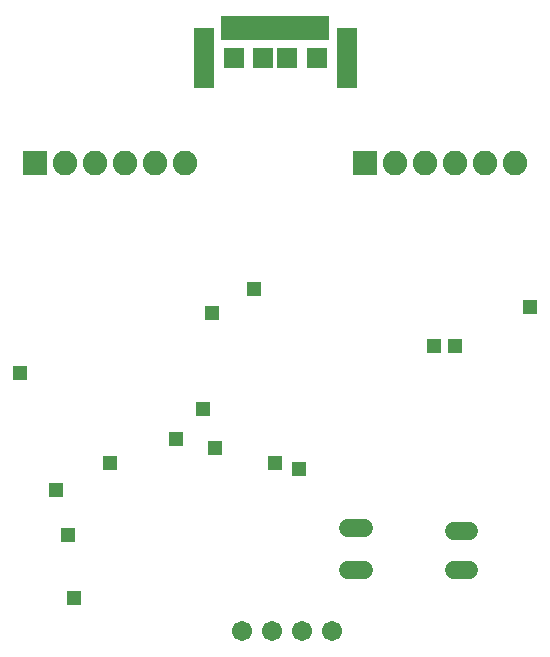
<source format=gbs>
G75*
%MOIN*%
%OFA0B0*%
%FSLAX25Y25*%
%IPPOS*%
%LPD*%
%AMOC8*
5,1,8,0,0,1.08239X$1,22.5*
%
%ADD10R,0.07099X0.20485*%
%ADD11R,0.06737X0.06737*%
%ADD12R,0.36233X0.08280*%
%ADD13C,0.05950*%
%ADD14R,0.08200X0.08200*%
%ADD15C,0.08200*%
%ADD16C,0.06737*%
%ADD17R,0.04762X0.04762*%
D10*
X0081848Y0225000D03*
X0129486Y0225000D03*
D11*
X0119446Y0225000D03*
X0109604Y0225000D03*
X0101730Y0225000D03*
X0091887Y0225000D03*
D12*
X0105667Y0235236D03*
D13*
X0129989Y0068260D02*
X0135139Y0068260D01*
X0135139Y0054323D02*
X0129989Y0054323D01*
X0165139Y0054323D02*
X0170289Y0054323D01*
X0170289Y0067472D02*
X0165139Y0067472D01*
D14*
X0135667Y0190000D03*
X0025667Y0190000D03*
D15*
X0035667Y0190000D03*
X0045667Y0190000D03*
X0055667Y0190000D03*
X0065667Y0190000D03*
X0075667Y0190000D03*
X0145667Y0190000D03*
X0155667Y0190000D03*
X0165667Y0190000D03*
X0175667Y0190000D03*
X0185667Y0190000D03*
D16*
X0124667Y0034000D03*
X0114667Y0034000D03*
X0104667Y0034000D03*
X0094667Y0034000D03*
D17*
X0038667Y0045000D03*
X0036667Y0066000D03*
X0032667Y0081000D03*
X0050667Y0090000D03*
X0072667Y0098000D03*
X0081667Y0108000D03*
X0085667Y0095000D03*
X0105667Y0090000D03*
X0113667Y0088000D03*
X0084667Y0140000D03*
X0098667Y0148000D03*
X0158667Y0129000D03*
X0165667Y0129000D03*
X0190667Y0142000D03*
X0020667Y0120000D03*
M02*

</source>
